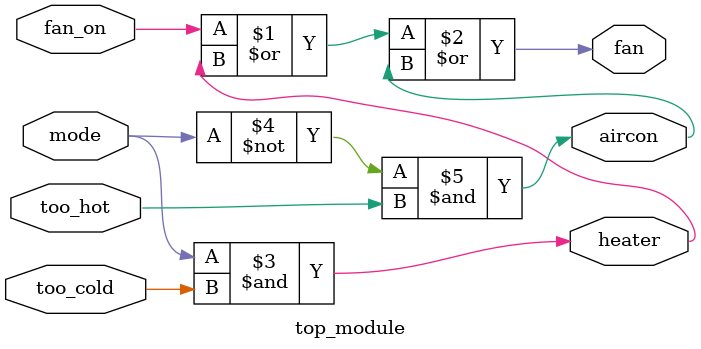
<source format=v>
module top_module (
    input too_cold,
    input too_hot,
    input mode,
    input fan_on,
    output heater,
    output aircon,
    output fan
); 
    
	assign fan	  =  fan_on | heater | aircon;
    assign heater = mode & too_cold;
    assign aircon = ~mode & too_hot;
    
endmodule

</source>
